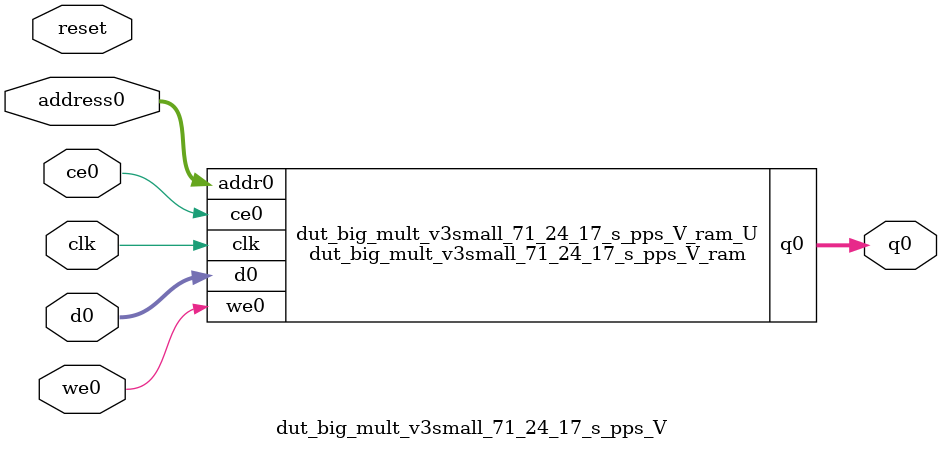
<source format=v>

`timescale 1 ns / 1 ps
module dut_big_mult_v3small_71_24_17_s_pps_V_ram (addr0, ce0, d0, we0, q0,  clk);

parameter DWIDTH = 41;
parameter AWIDTH = 3;
parameter MEM_SIZE = 5;

input[AWIDTH-1:0] addr0;
input ce0;
input[DWIDTH-1:0] d0;
input we0;
output reg[DWIDTH-1:0] q0;
input clk;

(* ram_style = "distributed" *)reg [DWIDTH-1:0] ram[MEM_SIZE-1:0];




always @(posedge clk)  
begin 
    if (ce0) 
    begin
        if (we0) 
        begin 
            ram[addr0] <= d0; 
            q0 <= d0;
        end 
        else 
            q0 <= ram[addr0];
    end
end


endmodule


`timescale 1 ns / 1 ps
module dut_big_mult_v3small_71_24_17_s_pps_V(
    reset,
    clk,
    address0,
    ce0,
    we0,
    d0,
    q0);

parameter DataWidth = 32'd41;
parameter AddressRange = 32'd5;
parameter AddressWidth = 32'd3;
input reset;
input clk;
input[AddressWidth - 1:0] address0;
input ce0;
input we0;
input[DataWidth - 1:0] d0;
output[DataWidth - 1:0] q0;



dut_big_mult_v3small_71_24_17_s_pps_V_ram dut_big_mult_v3small_71_24_17_s_pps_V_ram_U(
    .clk( clk ),
    .addr0( address0 ),
    .ce0( ce0 ),
    .d0( d0 ),
    .we0( we0 ),
    .q0( q0 ));

endmodule


</source>
